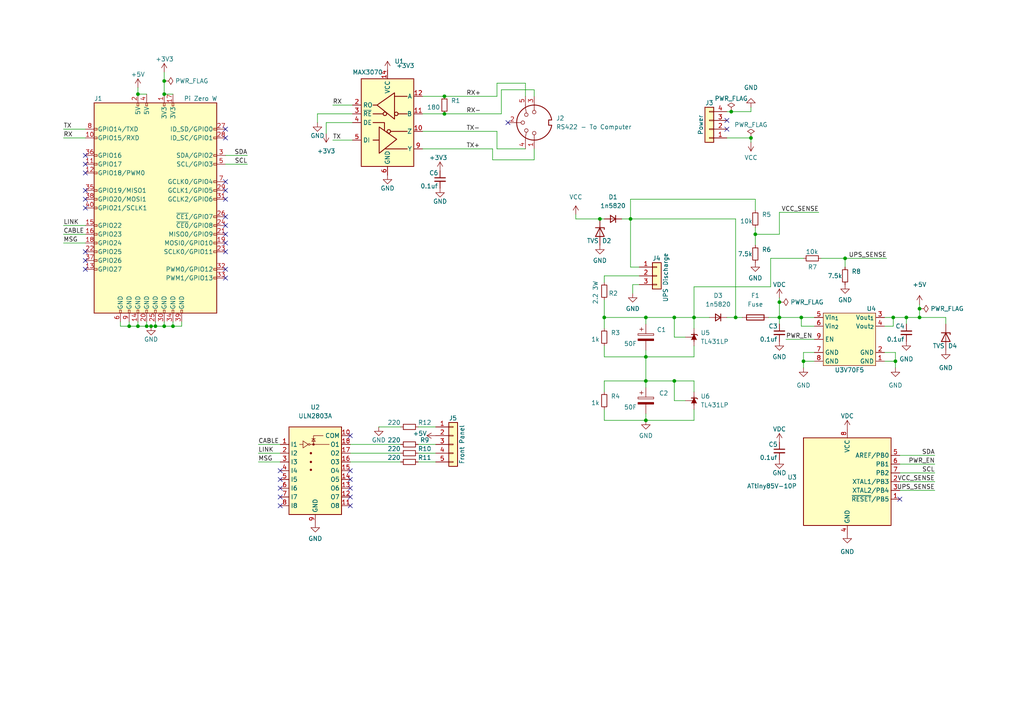
<source format=kicad_sch>
(kicad_sch (version 20211123) (generator eeschema)
  (paper "A4")
  (title_block (title "Pi Zero NABU Network Adapter") (date "2023-05-30") (rev "1.0"))
  (lib_symbols
    (symbol "Connector:DIN-5_180degree" (pin_names (offset 1.016))
      (property "Reference" "J" (at 3.175 5.715 0))
      (property "Value" "DIN-5_180degree" (at 0 -6.35 0))
      (symbol "DIN-5_180degree_0_1"
        (arc (start -5.08 0) (mid -3.8597 -3.3379) (end -0.762 -5.08) (stroke (width 0.254)))
        (circle (center -3.048 0) (radius 0.508))
        (circle (center -2.286 2.286) (radius 0.508))
        (polyline (pts (xy -5.08 0) (xy -3.556 0)))
        (polyline (pts (xy 0 5.08) (xy 0 3.81)))
        (polyline (pts (xy 5.08 0) (xy 3.556 0)))
        (polyline (pts (xy -5.08 2.54) (xy -4.318 2.54) (xy -2.794 2.286)))
        (polyline (pts (xy 5.08 2.54) (xy 4.318 2.54) (xy 2.794 2.286)))
        (polyline (pts (xy -0.762 -4.953) (xy -0.762 -4.191) (xy 0.762 -4.191) (xy 0.762 -4.953)) (stroke (width 0.254)))
        (circle (center 0 3.302) (radius 0.508))
        (arc (start 0.762 -5.08) (mid 3.8673 -3.3444) (end 5.08 0) (stroke (width 0.254)))
        (circle (center 2.286 2.286) (radius 0.508))
        (circle (center 3.048 0) (radius 0.508))
        (arc (start 5.08 0) (mid 0 5.08) (end -5.08 0) (stroke (width 0.254)))
      )
      (symbol "DIN-5_180degree_1_1"
        (pin passive line (at -7.62 0 0) (length 2.54) (name "~") (number "1"))
        (pin passive line (at 0 7.62 270) (length 2.54) (name "~") (number "2"))
        (pin passive line (at 7.62 0 180) (length 2.54) (name "~") (number "3"))
        (pin passive line (at -7.62 2.54 0) (length 2.54) (name "~") (number "4"))
        (pin passive line (at 7.62 2.54 180) (length 2.54) (name "~") (number "5"))
      )
    )
    (symbol "Connector:Raspberry_Pi_2_3" (pin_names (offset 1.016))
      (property "Reference" "J" (at -17.78 31.75 0))
      (property "Value" "Raspberry_Pi_2_3" (at 10.16 -31.75 0))
      (symbol "Raspberry_Pi_2_3_0_1"
        (rectangle (start -17.78 30.48) (end 17.78 -30.48) (stroke (width 0.254)) (fill (type background)))
      )
      (symbol "Raspberry_Pi_2_3_1_1"
        (rectangle (start -16.891 -17.526) (end -17.78 -18.034))
        (rectangle (start -16.891 -14.986) (end -17.78 -15.494))
        (rectangle (start -16.891 -12.446) (end -17.78 -12.954))
        (rectangle (start -16.891 -9.906) (end -17.78 -10.414))
        (rectangle (start -16.891 -7.366) (end -17.78 -7.874))
        (rectangle (start -16.891 -4.826) (end -17.78 -5.334))
        (rectangle (start -16.891 0.254) (end -17.78 -0.254))
        (rectangle (start -16.891 2.794) (end -17.78 2.286))
        (rectangle (start -16.891 5.334) (end -17.78 4.826))
        (rectangle (start -16.891 10.414) (end -17.78 9.906))
        (rectangle (start -16.891 12.954) (end -17.78 12.446))
        (rectangle (start -16.891 15.494) (end -17.78 14.986))
        (rectangle (start -16.891 20.574) (end -17.78 20.066))
        (rectangle (start -16.891 23.114) (end -17.78 22.606))
        (rectangle (start -10.414 -29.591) (end -9.906 -30.48))
        (rectangle (start -7.874 -29.591) (end -7.366 -30.48))
        (rectangle (start -5.334 -29.591) (end -4.826 -30.48))
        (rectangle (start -5.334 30.48) (end -4.826 29.591))
        (rectangle (start -2.794 -29.591) (end -2.286 -30.48))
        (rectangle (start -2.794 30.48) (end -2.286 29.591))
        (rectangle (start -0.254 -29.591) (end 0.254 -30.48))
        (rectangle (start 2.286 -29.591) (end 2.794 -30.48))
        (rectangle (start 2.286 30.48) (end 2.794 29.591))
        (rectangle (start 4.826 -29.591) (end 5.334 -30.48))
        (rectangle (start 4.826 30.48) (end 5.334 29.591))
        (rectangle (start 7.366 -29.591) (end 7.874 -30.48))
        (rectangle (start 17.78 -20.066) (end 16.891 -20.574))
        (rectangle (start 17.78 -17.526) (end 16.891 -18.034))
        (rectangle (start 17.78 -12.446) (end 16.891 -12.954))
        (rectangle (start 17.78 -9.906) (end 16.891 -10.414))
        (rectangle (start 17.78 -7.366) (end 16.891 -7.874))
        (rectangle (start 17.78 -4.826) (end 16.891 -5.334))
        (rectangle (start 17.78 -2.286) (end 16.891 -2.794))
        (rectangle (start 17.78 2.794) (end 16.891 2.286))
        (rectangle (start 17.78 5.334) (end 16.891 4.826))
        (rectangle (start 17.78 7.874) (end 16.891 7.366))
        (rectangle (start 17.78 12.954) (end 16.891 12.446))
        (rectangle (start 17.78 15.494) (end 16.891 14.986))
        (rectangle (start 17.78 20.574) (end 16.891 20.066))
        (rectangle (start 17.78 23.114) (end 16.891 22.606))
        (pin power_in line (at 2.54 33.02 270) (length 2.54) (name "3V3") (number "1"))
        (pin bidirectional line (at -20.32 20.32 0) (length 2.54) (name "GPIO15/RXD") (number "10"))
        (pin bidirectional line (at -20.32 12.7 0) (length 2.54) (name "GPIO17") (number "11"))
        (pin bidirectional line (at -20.32 10.16 0) (length 2.54) (name "GPIO18/PWM0") (number "12"))
        (pin bidirectional line (at -20.32 -17.78 0) (length 2.54) (name "GPIO27") (number "13"))
        (pin power_in line (at -5.08 -33.02 90) (length 2.54) (name "GND") (number "14"))
        (pin bidirectional line (at -20.32 -5.08 0) (length 2.54) (name "GPIO22") (number "15"))
        (pin bidirectional line (at -20.32 -7.62 0) (length 2.54) (name "GPIO23") (number "16"))
        (pin power_in line (at 5.08 33.02 270) (length 2.54) (name "3V3") (number "17"))
        (pin bidirectional line (at -20.32 -10.16 0) (length 2.54) (name "GPIO24") (number "18"))
        (pin bidirectional line (at 20.32 -10.16 180) (length 2.54) (name "MOSI0/GPIO10") (number "19"))
        (pin power_in line (at -5.08 33.02 270) (length 2.54) (name "5V") (number "2"))
        (pin power_in line (at -2.54 -33.02 90) (length 2.54) (name "GND") (number "20"))
        (pin bidirectional line (at 20.32 -7.62 180) (length 2.54) (name "MISO0/GPIO9") (number "21"))
        (pin bidirectional line (at -20.32 -12.7 0) (length 2.54) (name "GPIO25") (number "22"))
        (pin bidirectional line (at 20.32 -12.7 180) (length 2.54) (name "SCLK0/GPIO11") (number "23"))
        (pin bidirectional line (at 20.32 -5.08 180) (length 2.54) (name "~{CE0}/GPIO8") (number "24"))
        (pin power_in line (at 0 -33.02 90) (length 2.54) (name "GND") (number "25"))
        (pin bidirectional line (at 20.32 -2.54 180) (length 2.54) (name "~{CE1}/GPIO7") (number "26"))
        (pin bidirectional line (at 20.32 22.86 180) (length 2.54) (name "ID_SD/GPIO0") (number "27"))
        (pin bidirectional line (at 20.32 20.32 180) (length 2.54) (name "ID_SC/GPIO1") (number "28"))
        (pin bidirectional line (at 20.32 5.08 180) (length 2.54) (name "GCLK1/GPIO5") (number "29"))
        (pin bidirectional line (at 20.32 15.24 180) (length 2.54) (name "SDA/GPIO2") (number "3"))
        (pin power_in line (at 2.54 -33.02 90) (length 2.54) (name "GND") (number "30"))
        (pin bidirectional line (at 20.32 2.54 180) (length 2.54) (name "GCLK2/GPIO6") (number "31"))
        (pin bidirectional line (at 20.32 -17.78 180) (length 2.54) (name "PWM0/GPIO12") (number "32"))
        (pin bidirectional line (at 20.32 -20.32 180) (length 2.54) (name "PWM1/GPIO13") (number "33"))
        (pin power_in line (at 5.08 -33.02 90) (length 2.54) (name "GND") (number "34"))
        (pin bidirectional line (at -20.32 5.08 0) (length 2.54) (name "GPIO19/MISO1") (number "35"))
        (pin bidirectional line (at -20.32 15.24 0) (length 2.54) (name "GPIO16") (number "36"))
        (pin bidirectional line (at -20.32 -15.24 0) (length 2.54) (name "GPIO26") (number "37"))
        (pin bidirectional line (at -20.32 2.54 0) (length 2.54) (name "GPIO20/MOSI1") (number "38"))
        (pin power_in line (at 7.62 -33.02 90) (length 2.54) (name "GND") (number "39"))
        (pin power_in line (at -2.54 33.02 270) (length 2.54) (name "5V") (number "4"))
        (pin bidirectional line (at -20.32 0 0) (length 2.54) (name "GPIO21/SCLK1") (number "40"))
        (pin bidirectional line (at 20.32 12.7 180) (length 2.54) (name "SCL/GPIO3") (number "5"))
        (pin power_in line (at -10.16 -33.02 90) (length 2.54) (name "GND") (number "6"))
        (pin bidirectional line (at 20.32 7.62 180) (length 2.54) (name "GCLK0/GPIO4") (number "7"))
        (pin bidirectional line (at -20.32 22.86 0) (length 2.54) (name "GPIO14/TXD") (number "8"))
        (pin power_in line (at -7.62 -33.02 90) (length 2.54) (name "GND") (number "9"))
      )
    )
    (symbol "Connector_Generic:Conn_01x03" (pin_names (offset 1.016) hide)
      (property "Reference" "J" (at 0 5.08 0))
      (property "Value" "Conn_01x03" (at 0 -5.08 0))
      (symbol "Conn_01x03_1_1"
        (rectangle (start -1.27 -2.413) (end 0 -2.667) (stroke (width 0.1524)))
        (rectangle (start -1.27 0.127) (end 0 -0.127) (stroke (width 0.1524)))
        (rectangle (start -1.27 2.667) (end 0 2.413) (stroke (width 0.1524)))
        (rectangle (start -1.27 3.81) (end 1.27 -3.81) (stroke (width 0.254)) (fill (type background)))
        (pin passive line (at -5.08 2.54 0) (length 3.81) (name "Pin_1") (number "1"))
        (pin passive line (at -5.08 0 0) (length 3.81) (name "Pin_2") (number "2"))
        (pin passive line (at -5.08 -2.54 0) (length 3.81) (name "Pin_3") (number "3"))
      )
    )
    (symbol "Connector_Generic:Conn_01x04" (pin_names (offset 1.016) hide)
      (property "Reference" "J" (at 0 5.08 0))
      (property "Value" "Conn_01x04" (at 0 -7.62 0))
      (symbol "Conn_01x04_1_1"
        (rectangle (start -1.27 -4.953) (end 0 -5.207) (stroke (width 0.1524)))
        (rectangle (start -1.27 -2.413) (end 0 -2.667) (stroke (width 0.1524)))
        (rectangle (start -1.27 0.127) (end 0 -0.127) (stroke (width 0.1524)))
        (rectangle (start -1.27 2.667) (end 0 2.413) (stroke (width 0.1524)))
        (rectangle (start -1.27 3.81) (end 1.27 -6.35) (stroke (width 0.254)) (fill (type background)))
        (pin passive line (at -5.08 2.54 0) (length 3.81) (name "Pin_1") (number "1"))
        (pin passive line (at -5.08 0 0) (length 3.81) (name "Pin_2") (number "2"))
        (pin passive line (at -5.08 -2.54 0) (length 3.81) (name "Pin_3") (number "3"))
        (pin passive line (at -5.08 -5.08 0) (length 3.81) (name "Pin_4") (number "4"))
      )
    )
    (symbol "Connector_Generic:Conn_01x05" (pin_names (offset 1.016) hide)
      (property "Reference" "J" (at 0 7.62 0))
      (property "Value" "Conn_01x05" (at 0 -7.62 0))
      (symbol "Conn_01x05_1_1"
        (rectangle (start -1.27 -4.953) (end 0 -5.207) (stroke (width 0.1524)))
        (rectangle (start -1.27 -2.413) (end 0 -2.667) (stroke (width 0.1524)))
        (rectangle (start -1.27 0.127) (end 0 -0.127) (stroke (width 0.1524)))
        (rectangle (start -1.27 2.667) (end 0 2.413) (stroke (width 0.1524)))
        (rectangle (start -1.27 5.207) (end 0 4.953) (stroke (width 0.1524)))
        (rectangle (start -1.27 6.35) (end 1.27 -6.35) (stroke (width 0.254)) (fill (type background)))
        (pin passive line (at -5.08 5.08 0) (length 3.81) (name "Pin_1") (number "1"))
        (pin passive line (at -5.08 2.54 0) (length 3.81) (name "Pin_2") (number "2"))
        (pin passive line (at -5.08 0 0) (length 3.81) (name "Pin_3") (number "3"))
        (pin passive line (at -5.08 -2.54 0) (length 3.81) (name "Pin_4") (number "4"))
        (pin passive line (at -5.08 -5.08 0) (length 3.81) (name "Pin_5") (number "5"))
      )
    )
    (symbol "Device:C_Polarized" (pin_numbers hide) (pin_names (offset 0.254))
      (property "Reference" "C" (at 0.635 2.54 0))
      (property "Value" "C_Polarized" (at 0.635 -2.54 0))
      (symbol "C_Polarized_0_1"
        (rectangle (start -2.286 0.508) (end 2.286 1.016))
        (polyline (pts (xy -1.778 2.286) (xy -0.762 2.286)))
        (polyline (pts (xy -1.27 2.794) (xy -1.27 1.778)))
        (rectangle (start 2.286 -0.508) (end -2.286 -1.016) (fill (type outline)))
      )
      (symbol "C_Polarized_1_1"
        (pin passive line (at 0 3.81 270) (length 2.794) (name "~") (number "1"))
        (pin passive line (at 0 -3.81 90) (length 2.794) (name "~") (number "2"))
      )
    )
    (symbol "Device:C_Small" (pin_numbers hide) (pin_names (offset 0.254) hide)
      (property "Reference" "C" (at 0.254 1.778 0))
      (property "Value" "C_Small" (at 0.254 -2.032 0))
      (symbol "C_Small_0_1"
        (polyline (pts (xy -1.524 -0.508) (xy 1.524 -0.508)) (stroke (width 0.3302)))
        (polyline (pts (xy -1.524 0.508) (xy 1.524 0.508)) (stroke (width 0.3048)))
      )
      (symbol "C_Small_1_1"
        (pin passive line (at 0 2.54 270) (length 2.032) (name "~") (number "1"))
        (pin passive line (at 0 -2.54 90) (length 2.032) (name "~") (number "2"))
      )
    )
    (symbol "Device:D_Small" (pin_numbers hide) (pin_names (offset 0.254) hide)
      (property "Reference" "D" (at -1.27 2.032 0))
      (property "Value" "D_Small" (at -3.81 -2.032 0))
      (symbol "D_Small_0_1"
        (polyline (pts (xy -0.762 -1.016) (xy -0.762 1.016)) (stroke (width 0.254)))
        (polyline (pts (xy -0.762 0) (xy 0.762 0)))
        (polyline (pts (xy 0.762 -1.016) (xy -0.762 0) (xy 0.762 1.016) (xy 0.762 -1.016)) (stroke (width 0.254)))
      )
      (symbol "D_Small_1_1"
        (pin passive line (at -2.54 0 0) (length 1.778) (name "K") (number "1"))
        (pin passive line (at 2.54 0 180) (length 1.778) (name "A") (number "2"))
      )
    )
    (symbol "Device:D_Zener" (pin_numbers hide) (pin_names (offset 1.016) hide)
      (property "Reference" "D" (at 0 2.54 0))
      (property "Value" "D_Zener" (at 0 -2.54 0))
      (symbol "D_Zener_0_1"
        (polyline (pts (xy 1.27 0) (xy -1.27 0)))
        (polyline (pts (xy -1.27 -1.27) (xy -1.27 1.27) (xy -0.762 1.27)) (stroke (width 0.254)))
        (polyline (pts (xy 1.27 -1.27) (xy 1.27 1.27) (xy -1.27 0) (xy 1.27 -1.27)) (stroke (width 0.254)))
      )
      (symbol "D_Zener_1_1"
        (pin passive line (at -3.81 0 0) (length 2.54) (name "K") (number "1"))
        (pin passive line (at 3.81 0 180) (length 2.54) (name "A") (number "2"))
      )
    )
    (symbol "Device:Fuse" (pin_numbers hide) (pin_names (offset 0))
      (property "Reference" "F" (at 2.032 0 90))
      (property "Value" "Fuse" (at -1.905 0 90))
      (symbol "Fuse_0_1"
        (rectangle (start -0.762 -2.54) (end 0.762 2.54) (stroke (width 0.254)))
        (polyline (pts (xy 0 2.54) (xy 0 -2.54)))
      )
      (symbol "Fuse_1_1"
        (pin passive line (at 0 3.81 270) (length 1.27) (name "~") (number "1"))
        (pin passive line (at 0 -3.81 90) (length 1.27) (name "~") (number "2"))
      )
    )
    (symbol "Device:R_Small" (pin_numbers hide) (pin_names (offset 0.254) hide)
      (property "Reference" "R" (at 0.762 0.508 0))
      (property "Value" "R_Small" (at 0.762 -1.016 0))
      (symbol "R_Small_0_1"
        (rectangle (start -0.762 1.778) (end 0.762 -1.778) (stroke (width 0.2032)))
      )
      (symbol "R_Small_1_1"
        (pin passive line (at 0 2.54 270) (length 0.762) (name "~") (number "1"))
        (pin passive line (at 0 -2.54 90) (length 0.762) (name "~") (number "2"))
      )
    )
    (symbol "Interface_UART:LT1791xN8"
      (property "Reference" "U" (at -6.985 13.97 0))
      (property "Value" "LT1791xN8" (at 6.985 13.97 0))
      (symbol "LT1791xN8_0_1"
        (rectangle (start -7.62 12.7) (end 7.62 -12.7) (stroke (width 0.254)) (fill (type background)))
      )
      (symbol "LT1791xN8_1_1"
        (circle (center -0.762 2.54) (radius 0.508) (stroke (width 0.254)))
        (polyline (pts (xy -4.191 2.54) (xy -1.27 2.54)) (stroke (width 0.254)))
        (polyline (pts (xy -2.54 -5.08) (xy -4.191 -5.08)) (stroke (width 0.254)))
        (polyline (pts (xy -0.635 -7.62) (xy 5.715 -7.62)) (stroke (width 0.254)))
        (polyline (pts (xy 0.889 -2.54) (xy 5.715 -2.54)) (stroke (width 0.254)))
        (polyline (pts (xy 2.032 7.62) (xy 5.715 7.62)) (stroke (width 0.254)))
        (polyline (pts (xy 3.048 2.54) (xy 5.715 2.54)) (stroke (width 0.254)))
        (polyline (pts (xy -4.191 0) (xy -0.889 0) (xy -0.889 -2.286)) (stroke (width 0.254)))
        (polyline (pts (xy -3.175 5.08) (xy -4.191 5.08) (xy -4.064 5.08)) (stroke (width 0.254)))
        (polyline (pts (xy -2.413 -5.08) (xy -2.413 -1.27) (xy 2.667 -4.826) (xy -2.413 -8.89) (xy -2.413 -5.08)) (stroke (width 0.254)))
        (polyline (pts (xy 2.032 4.826) (xy 2.032 8.636) (xy -3.048 5.08) (xy 2.032 1.016) (xy 2.032 4.826)) (stroke (width 0.254)))
        (circle (center 0.381 -2.54) (radius 0.508) (stroke (width 0.254)))
        (circle (center 2.54 2.54) (radius 0.508) (stroke (width 0.254)))
        (pin no_connect line (at -7.62 -10.16 0) (length 2.54) hide (name "NC") (number "1"))
        (pin output line (at 10.16 -2.54 180) (length 2.54) (name "Z") (number "10"))
        (pin input line (at 10.16 2.54 180) (length 2.54) (name "B") (number "11"))
        (pin input line (at 10.16 7.62 180) (length 2.54) (name "A") (number "12"))
        (pin no_connect line (at -7.62 7.62 0) (length 2.54) hide (name "NC") (number "13"))
        (pin power_in line (at 0 15.24 270) (length 2.54) (name "VCC") (number "14"))
        (pin output line (at -10.16 5.08 0) (length 2.54) (name "RO") (number "2"))
        (pin input line (at -10.16 2.54 0) (length 2.54) (name "~{RE}") (number "3"))
        (pin input line (at -10.16 0 0) (length 2.54) (name "DE") (number "4"))
        (pin input line (at -10.16 -5.08 0) (length 2.54) (name "DI") (number "5"))
        (pin power_in line (at 0 -15.24 90) (length 2.54) (name "GND") (number "6"))
        (pin passive line (at 0 -15.24 90) (length 2.54) hide (name "GND") (number "7"))
        (pin no_connect line (at -7.62 -7.62 0) (length 2.54) hide (name "NC") (number "8"))
        (pin output line (at 10.16 -7.62 180) (length 2.54) (name "Y") (number "9"))
      )
    )
    (symbol "MCU_Microchip_ATtiny:ATtiny85V-10P"
      (property "Reference" "U" (at -12.7 13.97 0))
      (property "Value" "ATtiny85V-10P" (at 2.54 -13.97 0))
      (symbol "ATtiny85V-10P_0_1"
        (rectangle (start -12.7 -12.7) (end 12.7 12.7) (stroke (width 0.254)) (fill (type background)))
      )
      (symbol "ATtiny85V-10P_1_1"
        (pin bidirectional line (at 15.24 -5.08 180) (length 2.54) (name "~{RESET}/PB5") (number "1"))
        (pin bidirectional line (at 15.24 0 180) (length 2.54) (name "XTAL1/PB3") (number "2"))
        (pin bidirectional line (at 15.24 -2.54 180) (length 2.54) (name "XTAL2/PB4") (number "3"))
        (pin power_in line (at 0 -15.24 90) (length 2.54) (name "GND") (number "4"))
        (pin bidirectional line (at 15.24 7.62 180) (length 2.54) (name "AREF/PB0") (number "5"))
        (pin bidirectional line (at 15.24 5.08 180) (length 2.54) (name "PB1") (number "6"))
        (pin bidirectional line (at 15.24 2.54 180) (length 2.54) (name "PB2") (number "7"))
        (pin power_in line (at 0 15.24 270) (length 2.54) (name "VCC") (number "8"))
      )
    )
    (symbol "Reference_Voltage:TL431LP" (pin_numbers hide) (pin_names hide)
      (property "Reference" "U" (at -2.54 2.54 0))
      (property "Value" "TL431LP" (at 0 -2.54 0))
      (symbol "TL431LP_0_1"
        (polyline (pts (xy -1.27 0) (xy 0 0) (xy 1.27 0)))
        (polyline (pts (xy -0.762 0.762) (xy 0.762 0) (xy -0.762 -0.762)) (fill (type outline)))
        (polyline (pts (xy 0.508 -1.016) (xy 0.762 -0.762) (xy 0.762 0.762) (xy 0.762 0.762)) (stroke (width 0.254)))
      )
      (symbol "TL431LP_1_1"
        (pin passive line (at 0 2.54 270) (length 2.54) (name "REF") (number "1"))
        (pin passive line (at -2.54 0 0) (length 2.54) (name "A") (number "2"))
        (pin passive line (at 2.54 0 180) (length 2.54) (name "K") (number "3"))
      )
    )
    (symbol "Transistor_Array:ULN2803A"
      (property "Reference" "U" (at 0 13.335 0))
      (property "Value" "ULN2803A" (at 0 11.43 0))
      (symbol "ULN2803A_0_1"
        (rectangle (start -7.62 -15.24) (end 7.62 10.16) (stroke (width 0.254)) (fill (type background)))
        (circle (center -1.778 5.08) (radius 0.254))
        (circle (center -1.27 -2.286) (radius 0.254) (fill (type outline)))
        (circle (center -1.27 0) (radius 0.254) (fill (type outline)))
        (circle (center -1.27 2.54) (radius 0.254) (fill (type outline)))
        (circle (center -0.508 5.08) (radius 0.254) (fill (type outline)))
        (polyline (pts (xy -4.572 5.08) (xy -3.556 5.08)))
        (polyline (pts (xy -1.524 5.08) (xy 4.064 5.08)))
        (polyline (pts (xy 0 6.731) (xy -1.016 6.731)))
        (polyline (pts (xy -0.508 5.08) (xy -0.508 7.62) (xy 2.286 7.62)))
        (polyline (pts (xy -3.556 6.096) (xy -3.556 4.064) (xy -2.032 5.08) (xy -3.556 6.096)))
        (polyline (pts (xy 0 5.969) (xy -1.016 5.969) (xy -0.508 6.731) (xy 0 5.969)))
      )
      (symbol "ULN2803A_1_1"
        (pin input line (at -10.16 5.08 0) (length 2.54) (name "I1") (number "1"))
        (pin passive line (at 10.16 7.62 180) (length 2.54) (name "COM") (number "10"))
        (pin open_collector line (at 10.16 -12.7 180) (length 2.54) (name "O8") (number "11"))
        (pin open_collector line (at 10.16 -10.16 180) (length 2.54) (name "O7") (number "12"))
        (pin open_collector line (at 10.16 -7.62 180) (length 2.54) (name "O6") (number "13"))
        (pin open_collector line (at 10.16 -5.08 180) (length 2.54) (name "O5") (number "14"))
        (pin open_collector line (at 10.16 -2.54 180) (length 2.54) (name "O4") (number "15"))
        (pin open_collector line (at 10.16 0 180) (length 2.54) (name "O3") (number "16"))
        (pin open_collector line (at 10.16 2.54 180) (length 2.54) (name "O2") (number "17"))
        (pin open_collector line (at 10.16 5.08 180) (length 2.54) (name "O1") (number "18"))
        (pin input line (at -10.16 2.54 0) (length 2.54) (name "I2") (number "2"))
        (pin input line (at -10.16 0 0) (length 2.54) (name "I3") (number "3"))
        (pin input line (at -10.16 -2.54 0) (length 2.54) (name "I4") (number "4"))
        (pin input line (at -10.16 -5.08 0) (length 2.54) (name "I5") (number "5"))
        (pin input line (at -10.16 -7.62 0) (length 2.54) (name "I6") (number "6"))
        (pin input line (at -10.16 -10.16 0) (length 2.54) (name "I7") (number "7"))
        (pin input line (at -10.16 -12.7 0) (length 2.54) (name "I8") (number "8"))
        (pin power_in line (at 0 -17.78 90) (length 2.54) (name "GND") (number "9"))
      )
    )
    (symbol "polulo:U3V70F5"
      (property "Reference" "U" (at -6.35 7.62 0))
      (property "Value" "U3V70F5" (at 0 -8.89 0))
      (symbol "U3V70F5_0_1"
        (rectangle (start -7.62 7.62) (end 7.62 -7.62) (stroke (width 0.1524)) (fill (type background)))
      )
      (symbol "U3V70F5_1_1"
        (pin input line (at 10.16 -6.35 180) (length 2.54) (name "GND") (number "1"))
        (pin input line (at 10.16 -3.81 180) (length 2.54) (name "GND") (number "2"))
        (pin input line (at 10.16 6.35 180) (length 2.54) (name "Vout_{1}") (number "3"))
        (pin input line (at 10.16 3.81 180) (length 2.54) (name "Vout_{2}") (number "4"))
        (pin input line (at -10.16 6.35 0) (length 2.54) (name "Vin_{1}") (number "5"))
        (pin input line (at -10.16 3.81 0) (length 2.54) (name "Vin_{2}") (number "6"))
        (pin input line (at -10.16 -3.81 0) (length 2.54) (name "GND") (number "7"))
        (pin input line (at -10.16 -6.35 0) (length 2.54) (name "GND") (number "8"))
        (pin input line (at -10.16 0 0) (length 2.54) (name "EN") (number "9"))
      )
    )
    (symbol "power:+3V3" (power) (pin_names (offset 0))
      (property "Value" "+3V3" (at 0 3.556 0))
      (symbol "+3V3_0_1"
        (polyline (pts (xy -0.762 1.27) (xy 0 2.54)))
        (polyline (pts (xy 0 0) (xy 0 2.54)))
        (polyline (pts (xy 0 2.54) (xy 0.762 1.27)))
      )
      (symbol "+3V3_1_1"
        (pin power_in line (at 0 0 90) (length 0) hide (name "+3V3") (number "1"))
      )
    )
    (symbol "power:+5V" (power) (pin_names (offset 0))
      (property "Value" "+5V" (at 0 3.556 0))
      (symbol "+5V_0_1"
        (polyline (pts (xy -0.762 1.27) (xy 0 2.54)))
        (polyline (pts (xy 0 0) (xy 0 2.54)))
        (polyline (pts (xy 0 2.54) (xy 0.762 1.27)))
      )
      (symbol "+5V_1_1"
        (pin power_in line (at 0 0 90) (length 0) hide (name "+5V") (number "1"))
      )
    )
    (symbol "power:GND" (power) (pin_names (offset 0))
      (property "Value" "GND" (at 0 -3.81 0))
      (symbol "GND_0_1"
        (polyline (pts (xy 0 0) (xy 0 -1.27) (xy 1.27 -1.27) (xy 0 -2.54) (xy -1.27 -1.27) (xy 0 -1.27)))
      )
      (symbol "GND_1_1"
        (pin power_in line (at 0 0 270) (length 0) hide (name "GND") (number "1"))
      )
    )
    (symbol "power:PWR_FLAG" (power) (pin_numbers hide) (pin_names (offset 0) hide)
      (property "Value" "PWR_FLAG" (at 0 3.81 0))
      (symbol "PWR_FLAG_0_0"
        (pin power_out line (at 0 0 90) (length 0) (name "pwr") (number "1"))
      )
      (symbol "PWR_FLAG_0_1"
        (polyline (pts (xy 0 0) (xy 0 1.27) (xy -1.016 1.905) (xy 0 2.54) (xy 1.016 1.905) (xy 0 1.27)))
      )
    )
    (symbol "power:VCC" (power) (pin_names (offset 0))
      (property "Value" "VCC" (at 0 3.81 0))
      (symbol "VCC_0_1"
        (polyline (pts (xy -0.762 1.27) (xy 0 2.54)))
        (polyline (pts (xy 0 0) (xy 0 2.54)))
        (polyline (pts (xy 0 2.54) (xy 0.762 1.27)))
      )
      (symbol "VCC_1_1"
        (pin power_in line (at 0 0 90) (length 0) hide (name "VCC") (number "1"))
      )
    )
    (symbol "power:VDC" (power) (pin_names (offset 0))
      (property "Value" "VDC" (at 0 6.35 0))
      (symbol "VDC_0_1"
        (polyline (pts (xy -0.762 1.27) (xy 0 2.54)))
        (polyline (pts (xy 0 0) (xy 0 2.54)))
        (polyline (pts (xy 0 2.54) (xy 0.762 1.27)))
      )
      (symbol "VDC_1_1"
        (pin power_in line (at 0 0 90) (length 0) hide (name "VDC") (number "1"))
      )
    )
  )
  (junction (at 266.7 89.535))
  (junction (at 50.165 94.615))
  (junction (at 233.045 104.775))
  (junction (at 40.005 94.615))
  (junction (at 219.075 67.945))
  (junction (at 232.41 92.075))
  (junction (at 43.815 94.615))
  (junction (at 259.715 104.775))
  (junction (at 47.625 94.615))
  (junction (at 47.625 27.305))
  (junction (at 213.36 92.075))
  (junction (at 187.325 103.505))
  (junction (at 128.905 33.02))
  (junction (at 217.805 40.005))
  (junction (at 195.58 110.49))
  (junction (at 259.08 92.075))
  (junction (at 212.09 32.385))
  (junction (at 195.58 92.075))
  (junction (at 187.325 121.92))
  (junction (at 226.06 87.63))
  (junction (at 245.11 74.93))
  (junction (at 173.99 63.5))
  (junction (at 201.295 92.075))
  (junction (at 182.88 63.5))
  (junction (at 187.325 92.075))
  (junction (at 187.325 110.49))
  (junction (at 266.7 92.075))
  (junction (at 45.085 94.615))
  (junction (at 37.465 94.615))
  (junction (at 47.625 23.495))
  (junction (at 175.26 92.075))
  (junction (at 128.905 27.94))
  (junction (at 262.89 92.075))
  (junction (at 42.545 94.615))
  (junction (at 226.06 92.075))
  (junction (at 40.005 27.305))
  (no_connect (at 24.765 57.785))
  (no_connect (at 65.405 55.245))
  (no_connect (at 65.405 73.025))
  (no_connect (at 260.985 144.78))
  (no_connect (at 24.765 45.085))
  (no_connect (at 24.765 55.245))
  (no_connect (at 65.405 78.105))
  (no_connect (at 65.405 80.645))
  (no_connect (at 101.6 146.685))
  (no_connect (at 101.6 144.145))
  (no_connect (at 81.28 146.685))
  (no_connect (at 101.6 141.605))
  (no_connect (at 101.6 139.065))
  (no_connect (at 101.6 136.525))
  (no_connect (at 81.28 136.525))
  (no_connect (at 81.28 139.065))
  (no_connect (at 81.28 141.605))
  (no_connect (at 81.28 144.145))
  (no_connect (at 65.405 65.405))
  (no_connect (at 65.405 70.485))
  (no_connect (at 101.6 126.365))
  (no_connect (at 65.405 62.865))
  (no_connect (at 65.405 52.705))
  (no_connect (at 65.405 40.005))
  (no_connect (at 65.405 37.465))
  (no_connect (at 147.32 35.56))
  (no_connect (at 65.405 57.785))
  (no_connect (at 24.765 47.625))
  (no_connect (at 24.765 60.325))
  (no_connect (at 24.765 78.105))
  (no_connect (at 24.765 73.025))
  (no_connect (at 24.765 75.565))
  (no_connect (at 65.405 67.945))
  (no_connect (at 24.765 50.165))
  (no_connect (at 210.82 37.465))
  (no_connect (at 210.82 34.925))
  (wire (pts (xy 219.075 57.785) (xy 182.88 57.785)))
  (wire (pts (xy 232.41 92.075) (xy 236.22 92.075)))
  (wire (pts (xy 145.415 33.02) (xy 145.415 26.035)))
  (wire (pts (xy 47.625 23.495) (xy 47.625 27.305)))
  (wire (pts (xy 213.36 63.5) (xy 182.88 63.5)))
  (wire (pts (xy 259.08 94.615) (xy 259.08 92.075)))
  (wire (pts (xy 213.36 92.075) (xy 213.36 63.5)))
  (wire (pts (xy 121.285 123.825) (xy 126.365 123.825)))
  (wire (pts (xy 201.295 92.075) (xy 205.74 92.075)))
  (wire (pts (xy 175.26 92.075) (xy 175.26 95.25)))
  (wire (pts (xy 18.415 37.465) (xy 24.765 37.465)))
  (wire (pts (xy 223.52 74.93) (xy 233.045 74.93)))
  (wire (pts (xy 219.075 57.785) (xy 219.075 60.96)))
  (wire (pts (xy 260.985 142.24) (xy 271.145 142.24)))
  (wire (pts (xy 210.82 32.385) (xy 212.09 32.385)))
  (wire (pts (xy 182.88 63.5) (xy 182.88 77.47)))
  (wire (pts (xy 266.7 89.535) (xy 266.7 92.075)))
  (wire (pts (xy 74.93 133.985) (xy 81.28 133.985)))
  (wire (pts (xy 219.075 67.945) (xy 219.075 71.12)))
  (wire (pts (xy 262.89 92.075) (xy 262.89 93.98)))
  (wire (pts (xy 101.6 133.985) (xy 116.205 133.985)))
  (wire (pts (xy 144.145 24.13) (xy 152.4 24.13)))
  (wire (pts (xy 256.54 94.615) (xy 259.08 94.615)))
  (wire (pts (xy 219.075 66.04) (xy 219.075 67.945)))
  (wire (pts (xy 122.555 38.1) (xy 144.145 38.1)))
  (wire (pts (xy 34.925 94.615) (xy 37.465 94.615)))
  (wire (pts (xy 152.4 24.13) (xy 152.4 27.94)))
  (wire (pts (xy 175.26 121.92) (xy 187.325 121.92)))
  (wire (pts (xy 142.875 46.355) (xy 154.94 46.355)))
  (wire (pts (xy 92.075 33.02) (xy 92.075 35.56)))
  (wire (pts (xy 187.325 92.075) (xy 175.26 92.075)))
  (wire (pts (xy 175.26 100.33) (xy 175.26 103.505)))
  (wire (pts (xy 187.325 92.075) (xy 187.325 93.98)))
  (wire (pts (xy 238.125 74.93) (xy 245.11 74.93)))
  (wire (pts (xy 175.26 86.995) (xy 175.26 92.075)))
  (wire (pts (xy 47.625 20.955) (xy 47.625 23.495)))
  (wire (pts (xy 37.465 94.615) (xy 40.005 94.615)))
  (wire (pts (xy 94.615 35.56) (xy 94.615 38.735)))
  (wire (pts (xy 47.625 94.615) (xy 50.165 94.615)))
  (wire (pts (xy 212.09 32.385) (xy 217.805 32.385)))
  (wire (pts (xy 260.985 137.16) (xy 271.145 137.16)))
  (wire (pts (xy 201.295 92.075) (xy 195.58 92.075)))
  (wire (pts (xy 144.145 43.18) (xy 144.145 38.1)))
  (wire (pts (xy 187.325 120.015) (xy 187.325 121.92)))
  (wire (pts (xy 219.075 67.945) (xy 226.06 67.945)))
  (wire (pts (xy 65.405 47.625) (xy 71.755 47.625)))
  (wire (pts (xy 154.94 26.035) (xy 154.94 27.94)))
  (wire (pts (xy 259.715 104.775) (xy 259.715 106.68)))
  (wire (pts (xy 122.555 33.02) (xy 128.905 33.02)))
  (wire (pts (xy 201.295 95.25) (xy 201.295 92.075)))
  (wire (pts (xy 187.325 101.6) (xy 187.325 103.505)))
  (wire (pts (xy 233.045 104.775) (xy 236.22 104.775)))
  (wire (pts (xy 121.285 128.905) (xy 126.365 128.905)))
  (wire (pts (xy 260.985 134.62) (xy 271.145 134.62)))
  (wire (pts (xy 259.08 92.075) (xy 256.54 92.075)))
  (wire (pts (xy 175.26 113.665) (xy 175.26 110.49)))
  (wire (pts (xy 102.235 33.02) (xy 92.075 33.02)))
  (wire (pts (xy 260.985 139.7) (xy 271.145 139.7)))
  (wire (pts (xy 187.325 121.92) (xy 201.295 121.92)))
  (wire (pts (xy 43.815 94.615) (xy 45.085 94.615)))
  (wire (pts (xy 259.715 102.235) (xy 259.715 104.775)))
  (wire (pts (xy 232.41 94.615) (xy 232.41 92.075)))
  (wire (pts (xy 74.93 131.445) (xy 81.28 131.445)))
  (wire (pts (xy 182.88 57.785) (xy 182.88 63.5)))
  (wire (pts (xy 185.42 77.47) (xy 182.88 77.47)))
  (wire (pts (xy 142.875 43.18) (xy 142.875 46.355)))
  (wire (pts (xy 175.26 110.49) (xy 187.325 110.49)))
  (wire (pts (xy 210.82 40.005) (xy 217.805 40.005)))
  (wire (pts (xy 223.52 83.185) (xy 223.52 74.93)))
  (wire (pts (xy 195.58 97.79) (xy 195.58 92.075)))
  (wire (pts (xy 152.4 43.18) (xy 144.145 43.18)))
  (wire (pts (xy 201.295 100.33) (xy 201.295 103.505)))
  (wire (pts (xy 52.705 94.615) (xy 52.705 93.345)))
  (wire (pts (xy 180.34 63.5) (xy 182.88 63.5)))
  (wire (pts (xy 96.52 40.64) (xy 102.235 40.64)))
  (wire (pts (xy 101.6 128.905) (xy 116.205 128.905)))
  (wire (pts (xy 167.005 62.23) (xy 167.005 63.5)))
  (wire (pts (xy 175.26 80.01) (xy 175.26 81.915)))
  (wire (pts (xy 65.405 45.085) (xy 71.755 45.085)))
  (wire (pts (xy 226.06 92.075) (xy 226.06 93.98)))
  (wire (pts (xy 201.295 83.185) (xy 223.52 83.185)))
  (wire (pts (xy 233.045 102.235) (xy 233.045 104.775)))
  (wire (pts (xy 144.145 27.94) (xy 144.145 24.13)))
  (wire (pts (xy 145.415 26.035) (xy 154.94 26.035)))
  (wire (pts (xy 201.295 110.49) (xy 195.58 110.49)))
  (wire (pts (xy 198.755 97.79) (xy 195.58 97.79)))
  (wire (pts (xy 256.54 102.235) (xy 259.715 102.235)))
  (wire (pts (xy 236.22 102.235) (xy 233.045 102.235)))
  (wire (pts (xy 40.005 93.345) (xy 40.005 94.615)))
  (wire (pts (xy 121.285 131.445) (xy 126.365 131.445)))
  (wire (pts (xy 245.11 74.93) (xy 257.175 74.93)))
  (wire (pts (xy 217.805 31.115) (xy 217.805 32.385)))
  (wire (pts (xy 122.555 27.94) (xy 128.905 27.94)))
  (wire (pts (xy 274.32 92.075) (xy 274.32 93.98)))
  (wire (pts (xy 256.54 104.775) (xy 259.715 104.775)))
  (wire (pts (xy 187.325 103.505) (xy 187.325 110.49)))
  (wire (pts (xy 210.82 92.075) (xy 213.36 92.075)))
  (wire (pts (xy 173.99 63.5) (xy 175.26 63.5)))
  (wire (pts (xy 96.52 30.48) (xy 102.235 30.48)))
  (wire (pts (xy 226.06 86.36) (xy 226.06 87.63)))
  (wire (pts (xy 18.415 40.005) (xy 24.765 40.005)))
  (wire (pts (xy 233.045 104.775) (xy 233.045 106.68)))
  (wire (pts (xy 116.205 123.825) (xy 109.855 123.825)))
  (wire (pts (xy 40.005 27.305) (xy 42.545 27.305)))
  (wire (pts (xy 217.805 40.005) (xy 217.805 41.275)))
  (wire (pts (xy 266.7 88.265) (xy 266.7 89.535)))
  (wire (pts (xy 74.93 128.905) (xy 81.28 128.905)))
  (wire (pts (xy 266.7 92.075) (xy 274.32 92.075)))
  (wire (pts (xy 40.005 94.615) (xy 42.545 94.615)))
  (wire (pts (xy 262.89 92.075) (xy 266.7 92.075)))
  (wire (pts (xy 227.965 98.425) (xy 236.22 98.425)))
  (wire (pts (xy 42.545 94.615) (xy 43.815 94.615)))
  (wire (pts (xy 198.755 116.205) (xy 195.58 116.205)))
  (wire (pts (xy 226.06 61.595) (xy 237.49 61.595)))
  (wire (pts (xy 47.625 93.345) (xy 47.625 94.615)))
  (wire (pts (xy 201.295 92.075) (xy 201.295 83.185)))
  (wire (pts (xy 128.905 33.02) (xy 145.415 33.02)))
  (wire (pts (xy 201.295 103.505) (xy 187.325 103.505)))
  (wire (pts (xy 122.555 43.18) (xy 142.875 43.18)))
  (wire (pts (xy 45.085 94.615) (xy 47.625 94.615)))
  (wire (pts (xy 195.58 110.49) (xy 187.325 110.49)))
  (wire (pts (xy 18.415 65.405) (xy 24.765 65.405)))
  (wire (pts (xy 37.465 93.345) (xy 37.465 94.615)))
  (wire (pts (xy 154.94 46.355) (xy 154.94 43.18)))
  (wire (pts (xy 195.58 116.205) (xy 195.58 110.49)))
  (wire (pts (xy 175.26 103.505) (xy 187.325 103.505)))
  (wire (pts (xy 128.905 27.94) (xy 144.145 27.94)))
  (wire (pts (xy 226.06 67.945) (xy 226.06 61.595)))
  (wire (pts (xy 259.08 92.075) (xy 262.89 92.075)))
  (wire (pts (xy 167.005 63.5) (xy 173.99 63.5)))
  (wire (pts (xy 213.36 92.075) (xy 215.265 92.075)))
  (wire (pts (xy 222.885 92.075) (xy 226.06 92.075)))
  (wire (pts (xy 232.41 94.615) (xy 236.22 94.615)))
  (wire (pts (xy 245.11 74.93) (xy 245.11 77.47)))
  (wire (pts (xy 18.415 67.945) (xy 24.765 67.945)))
  (wire (pts (xy 175.26 118.745) (xy 175.26 121.92)))
  (wire (pts (xy 102.235 35.56) (xy 94.615 35.56)))
  (wire (pts (xy 185.42 80.01) (xy 175.26 80.01)))
  (wire (pts (xy 185.42 82.55) (xy 183.515 82.55)))
  (wire (pts (xy 40.005 25.4) (xy 40.005 27.305)))
  (wire (pts (xy 226.06 92.075) (xy 232.41 92.075)))
  (wire (pts (xy 101.6 131.445) (xy 116.205 131.445)))
  (wire (pts (xy 183.515 82.55) (xy 183.515 85.09)))
  (wire (pts (xy 47.625 27.305) (xy 50.165 27.305)))
  (wire (pts (xy 121.285 133.985) (xy 126.365 133.985)))
  (wire (pts (xy 50.165 93.345) (xy 50.165 94.615)))
  (wire (pts (xy 45.085 93.345) (xy 45.085 94.615)))
  (wire (pts (xy 50.165 94.615) (xy 52.705 94.615)))
  (wire (pts (xy 201.295 121.92) (xy 201.295 118.745)))
  (wire (pts (xy 18.415 70.485) (xy 24.765 70.485)))
  (wire (pts (xy 260.985 132.08) (xy 271.145 132.08)))
  (wire (pts (xy 195.58 92.075) (xy 187.325 92.075)))
  (wire (pts (xy 42.545 93.345) (xy 42.545 94.615)))
  (wire (pts (xy 226.06 87.63) (xy 226.06 92.075)))
  (wire (pts (xy 187.325 110.49) (xy 187.325 112.395)))
  (wire (pts (xy 34.925 93.345) (xy 34.925 94.615)))
  (wire (pts (xy 201.295 113.665) (xy 201.295 110.49)))
  (label "LINK" (at 74.93 131.445 0))
  (label "CABLE" (at 74.93 128.905 0))
  (label "TX" (at 96.52 40.64 0))
  (label "MSG" (at 18.415 70.485 0))
  (label "VCC_SENSE" (at 237.49 61.595 180))
  (label "SCL" (at 71.755 47.625 180))
  (label "UPS_SENSE" (at 271.145 142.24 180))
  (label "RX-" (at 135.255 33.02 0))
  (label "RX+" (at 135.255 27.94 0))
  (label "PWR_EN" (at 227.965 98.425 0))
  (label "TX-" (at 135.255 38.1 0))
  (label "UPS_SENSE" (at 257.175 74.93 180))
  (label "VCC_SENSE" (at 271.145 139.7 180))
  (label "PWR_EN" (at 271.145 134.62 180))
  (label "LINK" (at 18.415 65.405 0))
  (label "SDA" (at 271.145 132.08 180))
  (label "SCL" (at 271.145 137.16 180))
  (label "TX" (at 18.415 37.465 0))
  (label "RX" (at 18.415 40.005 0))
  (label "SDA" (at 71.755 45.085 180))
  (label "CABLE" (at 18.415 67.945 0))
  (label "MSG" (at 74.93 133.985 0))
  (label "TX+" (at 135.255 43.18 0))
  (label "RX" (at 96.52 30.48 0))
  (symbol (lib_id "power:PWR_FLAG") (at 212.09 32.385 0) (unit 1)
    (property "Reference" "#FLG01" (effects hide))
    (property "Value" "PWR_FLAG" (at 212.09 28.575 0))
  )
  (symbol (lib_id "Device:R_Small") (at 219.075 73.66 0) (unit 1)
    (property "Reference" "R6" (at 220.98 72.3899 0) (effects (justify left)))
    (property "Value" "7.5k" (at 213.995 73.66 0) (effects (justify left)))
    (property "Footprint" "Resistor_THT:R_Axial_DIN0207_L6.3mm_D2.5mm_P10.16mm_Horizontal" (effects hide))
    (property "Digi-Key" "7.5KQBK-ND" (effects hide))
    (property "MFN" "CFR-25JB-52-7K5" (effects hide))
  )
  (symbol (lib_id "power:VDC") (at 226.06 128.27 0) (unit 1)
    (property "Reference" "#PWR028" (effects hide))
    (property "Value" "VDC" (at 226.06 124.46 0))
  )
  (symbol (lib_id "power:GND") (at 112.395 50.8 0) (unit 1)
    (property "Reference" "#PWR010" (effects hide))
    (property "Value" "GND" (at 112.395 54.61 0))
  )
  (symbol (lib_id "power:+3V3") (at 127.635 49.53 0) (unit 1)
    (property "Reference" "#PWR030" (effects hide))
    (property "Value" "+3V3" (at 124.46 45.72 0) (effects (justify left)))
  )
  (symbol (lib_id "Connector_Generic:Conn_01x05") (at 131.445 128.905 0) (unit 1)
    (property "Reference" "J5" (at 130.175 121.285 0) (effects (justify left)))
    (property "Value" "Front Panel" (at 133.985 134.62 90) (effects (justify left)))
    (property "Footprint" "Connector_PinHeader_2.54mm:PinHeader_1x05_P2.54mm_Vertical" (effects hide))
  )
  (symbol (lib_id "power:GND") (at 127.635 54.61 0) (unit 1)
    (property "Reference" "#PWR031" (effects hide))
    (property "Value" "GND" (at 127.635 58.42 0))
  )
  (symbol (lib_id "Connector:Raspberry_Pi_2_3") (at 45.085 60.325 0) (unit 1)
    (property "Reference" "J1" (at 27.305 28.575 0) (effects (justify left)))
    (property "Value" "Pi Zero W" (at 53.34 28.575 0) (effects (justify left)))
    (property "Footprint" "library:Raspberry_Pi_Zero_Socketed_THT_MountingHoles" (effects hide))
    (property "Datasheet" "https://www.raspberrypi.org/documentation/hardware/raspberrypi/schematics/rpi_SCH_3bplus_1p0_reduced.pdf" (effects hide))
    (property "Digi-Key" "1988-1063-ND" (effects hide))
    (property "MFN" "920-0135-01" (effects hide))
  )
  (symbol (lib_id "power:GND") (at 259.715 106.68 0) (unit 1)
    (property "Reference" "#PWR024" (effects hide))
    (property "Value" "GND" (at 259.715 111.76 0))
  )
  (symbol (lib_id "Device:C_Small") (at 127.635 52.07 0) (unit 1)
    (property "Reference" "C6" (at 124.46 50.165 0) (effects (justify left)))
    (property "Value" "0.1uf" (at 121.92 53.975 0) (effects (justify left)))
    (property "Footprint" "Capacitor_THT:C_Disc_D5.0mm_W2.5mm_P2.50mm" (effects hide))
    (property "Digi-Key" "490-9197-1-ND" (effects hide))
    (property "MFN" "RDER72A104K1S1H03A" (effects hide))
  )
  (symbol (lib_id "Device:D_Zener") (at 274.32 97.79 270) (unit 1)
    (property "Reference" "D4" (at 274.955 100.33 90) (effects (justify left)))
    (property "Value" "TVS" (at 270.51 100.33 90) (effects (justify left)))
    (property "Footprint" "Diode_THT:D_DO-41_SOD81_P10.16mm_Horizontal" (effects hide))
    (property "Digi-Key" "1N4733AFSCT-ND" (effects hide))
    (property "MFN" "1N4733ATR" (effects hide))
  )
  (symbol (lib_id "power:GND") (at 173.99 71.12 0) (unit 1)
    (property "Reference" "#PWR012" (effects hide))
    (property "Value" "GND" (at 173.99 75.565 0))
  )
  (symbol (lib_id "power:GND") (at 187.325 121.92 0) (unit 1)
    (property "Reference" "#PWR014" (effects hide))
    (property "Value" "GND" (at 187.325 126.365 0))
  )
  (symbol (lib_id "Device:C_Polarized") (at 187.325 116.205 0) (unit 1)
    (property "Reference" "C2" (at 191.135 114.0459 0) (effects (justify left)))
    (property "Value" "50F" (at 180.975 118.11 0) (effects (justify left)))
    (property "Footprint" "Capacitor_THT:CP_Radial_D18.0mm_P7.50mm" (effects hide))
    (property "MFN" "BCAP0050 P270 X01" (effects hide))
    (property "Digi-Key" "1182-1051-ND" (effects hide))
  )
  (symbol (lib_id "power:+3V3") (at 47.625 20.955 0) (unit 1)
    (property "Reference" "#PWR04" (effects hide))
    (property "Value" "+3V3" (at 45.085 17.145 0) (effects (justify left)))
  )
  (symbol (lib_id "Device:R_Small") (at 175.26 116.205 0) (unit 1)
    (property "Reference" "R4" (at 177.165 114.9349 0) (effects (justify left)))
    (property "Value" "1k" (at 171.45 116.84 0) (effects (justify left)))
    (property "Footprint" "Resistor_THT:R_Axial_DIN0207_L6.3mm_D2.5mm_P10.16mm_Horizontal" (effects hide))
    (property "Digi-Key" "1.0KQBK-ND" (effects hide))
    (property "MFN" "CFR-25JB-52-1K" (effects hide))
  )
  (symbol (lib_id "power:+3V3") (at 94.615 38.735 180) (unit 1)
    (property "Reference" "#PWR08" (effects hide))
    (property "Value" "+3V3" (at 94.615 43.815 0))
  )
  (symbol (lib_id "power:GND") (at 233.045 106.68 0) (unit 1)
    (property "Reference" "#PWR020" (effects hide))
    (property "Value" "GND" (at 233.045 111.76 0))
  )
  (symbol (lib_id "power:GND") (at 245.745 154.94 0) (unit 1)
    (property "Reference" "#PWR023" (effects hide))
    (property "Value" "GND" (at 245.745 160.02 0))
  )
  (symbol (lib_id "Device:R_Small") (at 118.745 128.905 90) (unit 1)
    (property "Reference" "R9" (at 123.19 127.635 90))
    (property "Value" "220" (at 114.3 127.635 90))
    (property "Footprint" "Resistor_THT:R_Axial_DIN0207_L6.3mm_D2.5mm_P10.16mm_Horizontal" (effects hide))
    (property "Digi-Key" "220QBK-ND" (effects hide))
    (property "MFN" "CFR-25JB-52-220R" (effects hide))
  )
  (symbol (lib_id "power:PWR_FLAG") (at 47.625 23.495 270) (unit 1)
    (property "Reference" "#FLG04" (effects hide))
    (property "Value" "PWR_FLAG" (at 50.8 23.495 90) (effects (justify left)))
  )
  (symbol (lib_id "MCU_Microchip_ATtiny:ATtiny85V-10P") (at 245.745 139.7 0) (unit 1)
    (property "Reference" "U3" (at 231.14 138.4299 0) (effects (justify right)))
    (property "Value" "ATtiny85V-10P" (at 231.14 140.9699 0) (effects (justify right)))
    (property "Footprint" "Package_DIP:DIP-8_W7.62mm_Socket" (effects hide))
    (property "Datasheet" "http://ww1.microchip.com/downloads/en/DeviceDoc/atmel-2586-avr-8-bit-microcontroller-attiny25-attiny45-attiny85_datasheet.pdf" (effects hide))
    (property "Digi-Key" "ATTINY85V-10PU-ND" (effects hide))
    (property "MFN" "ATTINY85V-10PU" (effects hide))
  )
  (symbol (lib_id "Device:C_Polarized") (at 187.325 97.79 0) (unit 1)
    (property "Reference" "C1" (at 190.5 95.6309 0) (effects (justify left)))
    (property "Value" "50F" (at 180.975 99.695 0) (effects (justify left)))
    (property "Footprint" "Capacitor_THT:CP_Radial_D18.0mm_P7.50mm" (effects hide))
    (property "MFN" "BCAP0050 P270 X01" (effects hide))
    (property "Digi-Key" "1182-1051-ND" (effects hide))
  )
  (symbol (lib_id "power:GND") (at 245.11 82.55 0) (unit 1)
    (property "Reference" "#PWR021" (effects hide))
    (property "Value" "GND" (at 245.11 86.995 0))
  )
  (symbol (lib_id "Device:R_Small") (at 235.585 74.93 270) (unit 1)
    (property "Reference" "R7" (at 234.315 77.47 90) (effects (justify left)))
    (property "Value" "10k" (at 233.68 73.025 90) (effects (justify left)))
    (property "Footprint" "Resistor_THT:R_Axial_DIN0207_L6.3mm_D2.5mm_P10.16mm_Horizontal" (effects hide))
    (property "Digi-Key" "13-CFR-25JT-52-10KCT-ND" (effects hide))
    (property "MFN" "CFR-25JT-52-10K" (effects hide))
  )
  (symbol (lib_id "power:GND") (at 43.815 94.615 0) (unit 1)
    (property "Reference" "#PWR02" (effects hide))
    (property "Value" "GND" (at 43.815 98.425 0))
  )
  (symbol (lib_id "power:GND") (at 226.06 133.35 0) (unit 1)
    (property "Reference" "#PWR029" (effects hide))
    (property "Value" "GND" (at 226.06 137.16 0))
  )
  (symbol (lib_id "Device:R_Small") (at 118.745 133.985 90) (unit 1)
    (property "Reference" "R11" (at 123.19 132.715 90))
    (property "Value" "220" (at 114.3 132.715 90))
    (property "Footprint" "Resistor_THT:R_Axial_DIN0207_L6.3mm_D2.5mm_P10.16mm_Horizontal" (effects hide))
    (property "Digi-Key" "220QBK-ND" (effects hide))
    (property "MFN" "CFR-25JB-52-220R" (effects hide))
  )
  (symbol (lib_id "power:PWR_FLAG") (at 217.805 40.005 0) (unit 1)
    (property "Reference" "#FLG02" (effects hide))
    (property "Value" "PWR_FLAG" (at 217.805 36.195 0))
  )
  (symbol (lib_id "power:+5V") (at 126.365 126.365 90) (unit 1)
    (property "Reference" "#PWR06" (effects hide))
    (property "Value" "+5V" (at 123.825 125.73 90) (effects (justify left)))
  )
  (symbol (lib_id "Device:R_Small") (at 118.745 131.445 90) (unit 1)
    (property "Reference" "R10" (at 123.19 130.175 90))
    (property "Value" "220" (at 114.3 130.175 90))
    (property "Footprint" "Resistor_THT:R_Axial_DIN0207_L6.3mm_D2.5mm_P10.16mm_Horizontal" (effects hide))
    (property "Digi-Key" "220QBK-ND" (effects hide))
    (property "MFN" "CFR-25JB-52-220R" (effects hide))
  )
  (symbol (lib_id "Device:C_Small") (at 226.06 96.52 0) (unit 1)
    (property "Reference" "C3" (at 222.885 94.615 0) (effects (justify left)))
    (property "Value" "0.1uf" (at 220.345 98.425 0) (effects (justify left)))
    (property "Footprint" "Capacitor_THT:C_Disc_D5.0mm_W2.5mm_P2.50mm" (effects hide))
    (property "Digi-Key" "490-9197-1-ND" (effects hide))
    (property "MFN" "RDER72A104K1S1H03A" (effects hide))
  )
  (symbol (lib_id "power:GND") (at 219.075 76.2 0) (unit 1)
    (property "Reference" "#PWR017" (effects hide))
    (property "Value" "GND" (at 219.075 80.645 0))
  )
  (symbol (lib_id "Connector_Generic:Conn_01x03") (at 190.5 80.01 0) (unit 1)
    (property "Reference" "J4" (at 189.23 74.93 0) (effects (justify left)))
    (property "Value" "UPS Discharge" (at 193.04 87.63 90) (effects (justify left)))
    (property "Footprint" "Connector_PinHeader_2.54mm:PinHeader_1x03_P2.54mm_Vertical" (effects hide))
  )
  (symbol (lib_id "Device:R_Small") (at 118.745 123.825 90) (unit 1)
    (property "Reference" "R12" (at 123.19 122.555 90))
    (property "Value" "220" (at 114.3 122.555 90))
    (property "Footprint" "Resistor_THT:R_Axial_DIN0207_L6.3mm_D2.5mm_P10.16mm_Horizontal" (effects hide))
    (property "Digi-Key" "220QBK-ND" (effects hide))
    (property "MFN" "CFR-25JB-52-220R" (effects hide))
  )
  (symbol (lib_id "power:+5V") (at 40.005 25.4 0) (unit 1)
    (property "Reference" "#PWR01" (effects hide))
    (property "Value" "+5V" (at 40.005 21.59 0))
  )
  (symbol (lib_id "Interface_UART:LT1791xN8") (at 112.395 35.56 0) (unit 1)
    (property "Reference" "U1" (at 114.4144 17.78 0) (effects (justify left)))
    (property "Value" "MAX3070" (at 102.235 20.955 0) (effects (justify left)))
    (property "Footprint" "Package_DIP:DIP-14_W7.62mm" (effects hide))
    (property "Datasheet" "https://www.analog.com/media/en/technical-documentation/data-sheets/285012fe.pdf" (effects hide))
    (property "Digi-Key" "MAX3070EEPD+-ND" (effects hide))
    (property "MFN" "MAX3070EEPD+" (effects hide))
  )
  (symbol (lib_id "power:VCC") (at 217.805 41.275 180) (unit 1)
    (property "Reference" "#PWR015" (effects hide))
    (property "Value" "VCC" (at 217.805 45.72 0))
  )
  (symbol (lib_id "Device:R_Small") (at 128.905 30.48 0) (unit 1)
    (property "Reference" "R1" (at 130.81 29.2099 0) (effects (justify left)))
    (property "Value" "180" (at 123.825 31.115 0) (effects (justify left)))
    (property "Footprint" "Resistor_THT:R_Axial_DIN0207_L6.3mm_D2.5mm_P10.16mm_Horizontal" (effects hide))
    (property "Digi-Key" "13-MFR-25FTE52-180RCT-ND" (effects hide))
    (property "MFN" "MFR-25FTE52-180R" (effects hide))
  )
  (symbol (lib_id "power:PWR_FLAG") (at 226.06 87.63 270) (unit 1)
    (property "Reference" "#FLG03" (effects hide))
    (property "Value" "PWR_FLAG" (at 229.235 87.63 90) (effects (justify left)))
  )
  (symbol (lib_id "power:GND") (at 183.515 85.09 0) (unit 1)
    (property "Reference" "#PWR013" (effects hide))
    (property "Value" "GND" (at 183.515 89.535 0))
  )
  (symbol (lib_id "Connector:DIN-5_180degree") (at 154.94 35.56 90) (unit 1)
    (property "Reference" "J2" (at 161.29 34.2898 90) (effects (justify right)))
    (property "Value" "RS422 - To Computer" (at 161.29 36.8298 90) (effects (justify right)))
    (property "Footprint" "library:CUI_SDS-50J" (effects hide))
    (property "Datasheet" "http://www.mouser.com/ds/2/18/40_c091_abd_e-75918.pdf" (effects hide))
    (property "Digi-Key" "CP-2350-ND" (effects hide))
    (property "MFN" "SDS-50J" (effects hide))
  )
  (symbol (lib_id "Reference_Voltage:TL431LP") (at 201.295 97.79 90) (unit 1)
    (property "Reference" "U5" (at 203.2 96.5199 90) (effects (justify right)))
    (property "Value" "TL431LP" (at 203.2 99.0599 90) (effects (justify right)))
    (property "Footprint" "Package_TO_SOT_THT:TO-92_Inline" (effects hide))
    (property "Datasheet" "http://www.ti.com/lit/ds/symlink/tl431.pdf" (effects hide))
    (property "Digi-Key" "296-50325-ND" (effects hide))
    (property "MFN" "TL431AILPE3" (effects hide))
  )
  (symbol (lib_id "Connector_Generic:Conn_01x04") (at 205.74 37.465 180) (unit 1)
    (property "Reference" "J3" (at 205.74 29.845 0))
    (property "Value" "Power" (at 203.2 36.195 90))
    (property "Footprint" "Connector_PinHeader_2.54mm:PinHeader_1x04_P2.54mm_Vertical" (effects hide))
    (property "Digi-Key" "S1012EC-40-ND" (effects hide))
    (property "MFN" "PREC040SAAN-RC" (effects hide))
  )
  (symbol (lib_id "power:VCC") (at 167.005 62.23 0) (unit 1)
    (property "Reference" "#PWR011" (effects hide))
    (property "Value" "VCC" (at 167.005 57.15 0))
  )
  (symbol (lib_id "power:GND") (at 91.44 151.765 0) (unit 1)
    (property "Reference" "#PWR03" (effects hide))
    (property "Value" "GND" (at 91.44 156.21 0))
  )
  (symbol (lib_id "power:+3V3") (at 112.395 20.32 0) (unit 1)
    (property "Reference" "#PWR09" (effects hide))
    (property "Value" "+3V3" (at 114.935 19.0499 0) (effects (justify left)))
  )
  (symbol (lib_id "power:GND") (at 226.06 99.06 0) (unit 1)
    (property "Reference" "#PWR019" (effects hide))
    (property "Value" "GND" (at 226.06 103.505 0))
  )
  (symbol (lib_id "Reference_Voltage:TL431LP") (at 201.295 116.205 90) (unit 1)
    (property "Reference" "U6" (at 203.2 114.9349 90) (effects (justify right)))
    (property "Value" "TL431LP" (at 203.2 117.4749 90) (effects (justify right)))
    (property "Footprint" "Package_TO_SOT_THT:TO-92_Inline" (effects hide))
    (property "Datasheet" "http://www.ti.com/lit/ds/symlink/tl431.pdf" (effects hide))
    (property "Digi-Key" "296-50325-ND" (effects hide))
    (property "MFN" "TL431AILPE3" (effects hide))
  )
  (symbol (lib_id "power:GND") (at 274.32 101.6 0) (unit 1)
    (property "Reference" "#PWR027" (effects hide))
    (property "Value" "GND" (at 274.32 106.68 0))
  )
  (symbol (lib_id "power:PWR_FLAG") (at 266.7 89.535 270) (unit 1)
    (property "Reference" "#FLG05" (effects hide))
    (property "Value" "PWR_FLAG" (at 269.875 89.535 90) (effects (justify left)))
  )
  (symbol (lib_id "Device:D_Small") (at 208.28 92.075 180) (unit 1)
    (property "Reference" "D3" (at 208.28 85.725 0))
    (property "Value" "1n5820" (at 208.28 88.265 0))
    (property "Footprint" "Diode_THT:D_DO-201AD_P15.24mm_Horizontal" (effects hide))
    (property "Digi-Key" "112-1N5820-E3/73CT-ND" (effects hide))
    (property "MFN" "1N5820-E3/73" (effects hide))
  )
  (symbol (lib_id "power:+5V") (at 266.7 88.265 0) (unit 1)
    (property "Reference" "#PWR026" (effects hide))
    (property "Value" "+5V" (at 266.7 82.55 0))
  )
  (symbol (lib_id "Device:C_Small") (at 226.06 130.81 0) (unit 1)
    (property "Reference" "C5" (at 222.885 128.905 0) (effects (justify left)))
    (property "Value" "0.1uf" (at 220.345 132.715 0) (effects (justify left)))
    (property "Footprint" "Capacitor_THT:C_Disc_D5.0mm_W2.5mm_P2.50mm" (effects hide))
    (property "Digi-Key" "490-9197-1-ND" (effects hide))
    (property "MFN" "RDER72A104K1S1H03A" (effects hide))
  )
  (symbol (lib_id "Transistor_Array:ULN2803A") (at 91.44 133.985 0) (unit 1)
    (property "Reference" "U2" (at 91.44 118.11 0))
    (property "Value" "ULN2803A" (at 91.44 120.65 0))
    (property "Footprint" "Package_DIP:DIP-18_W7.62mm" (effects hide))
    (property "Datasheet" "http://www.ti.com/lit/ds/symlink/uln2803a.pdf" (effects hide))
    (property "Digi-Key" "497-2356-5-ND" (effects hide))
    (property "MFN" "ULN2803A" (effects hide))
  )
  (symbol (lib_id "Device:D_Zener") (at 173.99 67.31 270) (unit 1)
    (property "Reference" "D2" (at 174.625 69.85 90) (effects (justify left)))
    (property "Value" "TVS" (at 170.18 69.85 90) (effects (justify left)))
    (property "Footprint" "Diode_THT:D_DO-41_SOD81_P10.16mm_Horizontal" (effects hide))
    (property "Digi-Key" "1N4734AFSCT-ND" (effects hide))
    (property "MFN" "1N4734ATR" (effects hide))
  )
  (symbol (lib_id "polulo:U3V70F5") (at 246.38 98.425 0) (unit 1)
    (property "Reference" "U4" (at 252.73 89.535 0))
    (property "Value" "U3V70F5" (at 246.38 107.315 0))
    (property "Footprint" "library:U3V70F5" (effects hide))
    (property "Digi-Key" "2183-2891-ND, S7037-ND, S7038-ND" (effects hide))
    (property "MFN" "2891" (effects hide))
  )
  (symbol (lib_id "power:VDC") (at 245.745 124.46 0) (unit 1)
    (property "Reference" "#PWR022" (effects hide))
    (property "Value" "VDC" (at 245.745 120.65 0))
  )
  (symbol (lib_id "Device:D_Small") (at 177.8 63.5 180) (unit 1)
    (property "Reference" "D1" (at 177.8 57.15 0))
    (property "Value" "1n5820" (at 177.8 59.69 0))
    (property "Footprint" "Diode_THT:D_DO-201AD_P15.24mm_Horizontal" (effects hide))
    (property "Digi-Key" "112-1N5820-E3/73CT-ND" (effects hide))
    (property "MFN" "1N5820-E3/73" (effects hide))
  )
  (symbol (lib_id "power:GND") (at 262.89 99.06 0) (unit 1)
    (property "Reference" "#PWR025" (effects hide))
    (property "Value" "GND" (at 262.89 104.14 0))
  )
  (symbol (lib_id "power:VDC") (at 226.06 86.36 0) (unit 1)
    (property "Reference" "#PWR018" (effects hide))
    (property "Value" "VDC" (at 226.06 82.55 0))
  )
  (symbol (lib_id "Device:R_Small") (at 175.26 97.79 0) (unit 1)
    (property "Reference" "R3" (at 177.165 96.5199 0) (effects (justify left)))
    (property "Value" "1k" (at 171.45 98.425 0) (effects (justify left)))
    (property "Footprint" "Resistor_THT:R_Axial_DIN0207_L6.3mm_D2.5mm_P10.16mm_Horizontal" (effects hide))
    (property "Digi-Key" "1.0KQBK-ND" (effects hide))
    (property "MFN" "CFR-25JB-52-1K" (effects hide))
  )
  (symbol (lib_id "Device:R_Small") (at 219.075 63.5 0) (unit 1)
    (property "Reference" "R5" (at 220.98 62.2299 0) (effects (justify left)))
    (property "Value" "10k" (at 214.63 64.135 0) (effects (justify left)))
    (property "Footprint" "Resistor_THT:R_Axial_DIN0207_L6.3mm_D2.5mm_P10.16mm_Horizontal" (effects hide))
    (property "Digi-Key" "13-CFR-25JT-52-10KCT-ND" (effects hide))
    (property "MFN" "CFR-25JT-52-10K" (effects hide))
  )
  (symbol (lib_id "Device:Fuse") (at 219.075 92.075 90) (unit 1)
    (property "Reference" "F1" (at 219.075 85.725 90))
    (property "Value" "Fuse" (at 219.075 88.265 90))
    (property "Footprint" "library:0251001.MXL" (effects hide))
    (property "Digi-Key" "F2313-ND" (effects hide))
    (property "MFN" "0251001.MXL" (effects hide))
  )
  (symbol (lib_id "Device:R_Small") (at 245.11 80.01 0) (unit 1)
    (property "Reference" "R8" (at 247.015 78.7399 0) (effects (justify left)))
    (property "Value" "7.5k" (at 240.03 80.01 0) (effects (justify left)))
    (property "Footprint" "Resistor_THT:R_Axial_DIN0207_L6.3mm_D2.5mm_P10.16mm_Horizontal" (effects hide))
    (property "Digi-Key" "7.5KQBK-ND" (effects hide))
    (property "MFN" "CFR-25JB-52-7K5" (effects hide))
  )
  (symbol (lib_id "power:GND") (at 109.855 123.825 0) (unit 1)
    (property "Reference" "#PWR05" (effects hide))
    (property "Value" "GND" (at 109.855 127.635 0))
  )
  (symbol (lib_id "power:GND") (at 92.075 35.56 0) (unit 1)
    (property "Reference" "#PWR07" (effects hide))
    (property "Value" "GND" (at 92.075 39.37 0))
  )
  (symbol (lib_id "power:GND") (at 217.805 31.115 180) (unit 1)
    (property "Reference" "#PWR016" (effects hide))
    (property "Value" "GND" (at 217.805 25.4 0))
  )
  (symbol (lib_id "Device:R_Small") (at 175.26 84.455 0) (unit 1)
    (property "Reference" "R2" (at 176.53 85.09 0) (effects (justify left)))
    (property "Value" "2.2 3W" (at 172.72 88.265 90) (effects (justify left)))
    (property "Footprint" "Resistor_THT:R_Axial_DIN0516_L15.5mm_D5.0mm_P20.32mm_Horizontal" (effects hide))
    (property "Digi-Key" "A138434CT-ND" (effects hide))
    (property "MFN" "RR03J2R2TB" (effects hide))
  )
  (symbol (lib_id "Device:C_Small") (at 262.89 96.52 0) (unit 1)
    (property "Reference" "C4" (at 259.715 94.615 0) (effects (justify left)))
    (property "Value" "0.1uf" (at 257.175 98.425 0) (effects (justify left)))
    (property "Footprint" "Capacitor_THT:C_Disc_D5.0mm_W2.5mm_P2.50mm" (effects hide))
    (property "Digi-Key" "490-9197-1-ND" (effects hide))
    (property "MFN" "RDER72A104K1S1H03A" (effects hide))
  )
)
</source>
